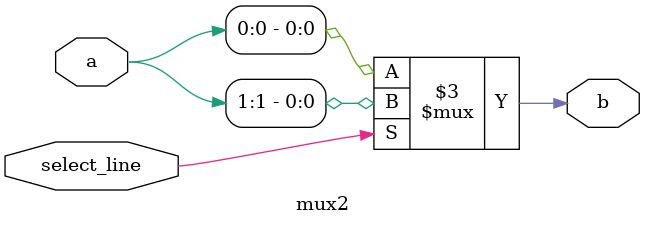
<source format=v>

module mux2(
input [1:0]a,
input select_line, 
output reg b);

	always@(*) begin
	   if (select_line) 
		b = a[1];
	   else 
		b = a[0];
	end

endmodule

</source>
